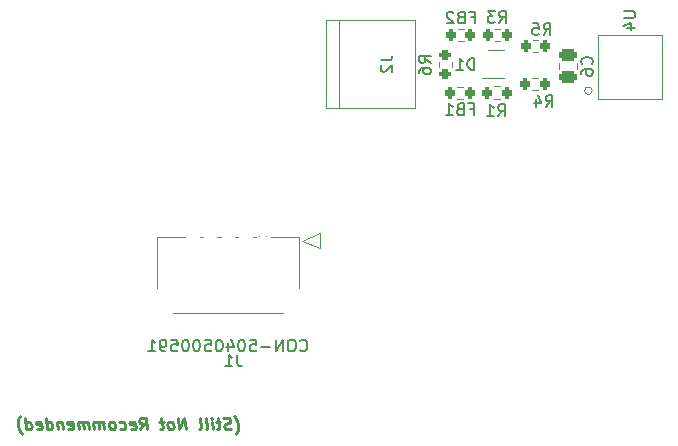
<source format=gbr>
%TF.GenerationSoftware,KiCad,Pcbnew,(6.0.7)*%
%TF.CreationDate,2023-01-31T02:36:05-08:00*%
%TF.ProjectId,solar-panel-side-Z,736f6c61-722d-4706-916e-656c2d736964,2.0*%
%TF.SameCoordinates,Original*%
%TF.FileFunction,Legend,Bot*%
%TF.FilePolarity,Positive*%
%FSLAX46Y46*%
G04 Gerber Fmt 4.6, Leading zero omitted, Abs format (unit mm)*
G04 Created by KiCad (PCBNEW (6.0.7)) date 2023-01-31 02:36:05*
%MOMM*%
%LPD*%
G01*
G04 APERTURE LIST*
G04 Aperture macros list*
%AMRoundRect*
0 Rectangle with rounded corners*
0 $1 Rounding radius*
0 $2 $3 $4 $5 $6 $7 $8 $9 X,Y pos of 4 corners*
0 Add a 4 corners polygon primitive as box body*
4,1,4,$2,$3,$4,$5,$6,$7,$8,$9,$2,$3,0*
0 Add four circle primitives for the rounded corners*
1,1,$1+$1,$2,$3*
1,1,$1+$1,$4,$5*
1,1,$1+$1,$6,$7*
1,1,$1+$1,$8,$9*
0 Add four rect primitives between the rounded corners*
20,1,$1+$1,$2,$3,$4,$5,0*
20,1,$1+$1,$4,$5,$6,$7,0*
20,1,$1+$1,$6,$7,$8,$9,0*
20,1,$1+$1,$8,$9,$2,$3,0*%
%AMFreePoly0*
4,1,5,1.660000,-1.660000,-1.660000,-1.660000,-1.660000,1.660000,1.660000,1.660000,1.660000,-1.660000,1.660000,-1.660000,$1*%
%AMFreePoly1*
4,1,5,0.190000,-0.275000,-0.190000,-0.275000,-0.190000,0.275000,0.190000,0.275000,0.190000,-0.275000,0.190000,-0.275000,$1*%
G04 Aperture macros list end*
%ADD10C,0.250000*%
%ADD11C,0.150000*%
%ADD12C,0.120000*%
%ADD13C,5.250000*%
%ADD14R,1.250000X1.800000*%
%ADD15R,0.600000X1.000000*%
%ADD16RoundRect,0.200000X-0.200000X-0.275000X0.200000X-0.275000X0.200000X0.275000X-0.200000X0.275000X0*%
%ADD17RoundRect,0.200000X0.200000X0.275000X-0.200000X0.275000X-0.200000X-0.275000X0.200000X-0.275000X0*%
%ADD18R,0.650000X0.400000*%
%ADD19RoundRect,0.200000X0.275000X-0.200000X0.275000X0.200000X-0.275000X0.200000X-0.275000X-0.200000X0*%
%ADD20RoundRect,0.250000X-0.475000X0.250000X-0.475000X-0.250000X0.475000X-0.250000X0.475000X0.250000X0*%
%ADD21FreePoly0,0.000000*%
%ADD22FreePoly1,0.000000*%
%ADD23FreePoly1,270.000000*%
%ADD24FreePoly1,180.000000*%
%ADD25C,1.800000*%
G04 APERTURE END LIST*
D10*
X139439910Y-116083333D02*
X139481577Y-116035714D01*
X139558958Y-115892857D01*
X139594672Y-115797619D01*
X139624434Y-115654761D01*
X139642291Y-115416666D01*
X139618482Y-115226190D01*
X139541101Y-114988095D01*
X139475625Y-114845238D01*
X139416101Y-114750000D01*
X139303005Y-114607142D01*
X139249434Y-114559523D01*
X139053005Y-115654761D02*
X138916101Y-115702380D01*
X138678005Y-115702380D01*
X138576815Y-115654761D01*
X138523244Y-115607142D01*
X138463720Y-115511904D01*
X138451815Y-115416666D01*
X138487529Y-115321428D01*
X138529196Y-115273809D01*
X138618482Y-115226190D01*
X138803005Y-115178571D01*
X138892291Y-115130952D01*
X138933958Y-115083333D01*
X138969672Y-114988095D01*
X138957767Y-114892857D01*
X138898244Y-114797619D01*
X138844672Y-114750000D01*
X138743482Y-114702380D01*
X138505386Y-114702380D01*
X138368482Y-114750000D01*
X138118482Y-115035714D02*
X137737529Y-115035714D01*
X137933958Y-114702380D02*
X138041101Y-115559523D01*
X138005386Y-115654761D01*
X137916101Y-115702380D01*
X137820863Y-115702380D01*
X137487529Y-115702380D02*
X137404196Y-115035714D01*
X137362529Y-114702380D02*
X137416101Y-114750000D01*
X137374434Y-114797619D01*
X137320863Y-114750000D01*
X137362529Y-114702380D01*
X137374434Y-114797619D01*
X136868482Y-115702380D02*
X136957767Y-115654761D01*
X136993482Y-115559523D01*
X136886339Y-114702380D01*
X136344672Y-115702380D02*
X136433958Y-115654761D01*
X136469672Y-115559523D01*
X136362529Y-114702380D01*
X135201815Y-115702380D02*
X135076815Y-114702380D01*
X134630386Y-115702380D01*
X134505386Y-114702380D01*
X134011339Y-115702380D02*
X134100625Y-115654761D01*
X134142291Y-115607142D01*
X134178005Y-115511904D01*
X134142291Y-115226190D01*
X134082767Y-115130952D01*
X134029196Y-115083333D01*
X133928005Y-115035714D01*
X133785148Y-115035714D01*
X133695863Y-115083333D01*
X133654196Y-115130952D01*
X133618482Y-115226190D01*
X133654196Y-115511904D01*
X133713720Y-115607142D01*
X133767291Y-115654761D01*
X133868482Y-115702380D01*
X134011339Y-115702380D01*
X133308958Y-115035714D02*
X132928005Y-115035714D01*
X133124434Y-114702380D02*
X133231577Y-115559523D01*
X133195863Y-115654761D01*
X133106577Y-115702380D01*
X133011339Y-115702380D01*
X131344672Y-115702380D02*
X131618482Y-115226190D01*
X131916101Y-115702380D02*
X131791101Y-114702380D01*
X131410148Y-114702380D01*
X131320863Y-114750000D01*
X131279196Y-114797619D01*
X131243482Y-114892857D01*
X131261339Y-115035714D01*
X131320863Y-115130952D01*
X131374434Y-115178571D01*
X131475625Y-115226190D01*
X131856577Y-115226190D01*
X130529196Y-115654761D02*
X130630386Y-115702380D01*
X130820863Y-115702380D01*
X130910148Y-115654761D01*
X130945863Y-115559523D01*
X130898244Y-115178571D01*
X130838720Y-115083333D01*
X130737529Y-115035714D01*
X130547053Y-115035714D01*
X130457767Y-115083333D01*
X130422053Y-115178571D01*
X130433958Y-115273809D01*
X130922053Y-115369047D01*
X129624434Y-115654761D02*
X129725625Y-115702380D01*
X129916101Y-115702380D01*
X130005386Y-115654761D01*
X130047053Y-115607142D01*
X130082767Y-115511904D01*
X130047053Y-115226190D01*
X129987529Y-115130952D01*
X129933958Y-115083333D01*
X129832767Y-115035714D01*
X129642291Y-115035714D01*
X129553005Y-115083333D01*
X129058958Y-115702380D02*
X129148244Y-115654761D01*
X129189910Y-115607142D01*
X129225625Y-115511904D01*
X129189910Y-115226190D01*
X129130386Y-115130952D01*
X129076815Y-115083333D01*
X128975625Y-115035714D01*
X128832767Y-115035714D01*
X128743482Y-115083333D01*
X128701815Y-115130952D01*
X128666101Y-115226190D01*
X128701815Y-115511904D01*
X128761339Y-115607142D01*
X128814910Y-115654761D01*
X128916101Y-115702380D01*
X129058958Y-115702380D01*
X128297053Y-115702380D02*
X128213720Y-115035714D01*
X128225625Y-115130952D02*
X128172053Y-115083333D01*
X128070863Y-115035714D01*
X127928005Y-115035714D01*
X127838720Y-115083333D01*
X127803005Y-115178571D01*
X127868482Y-115702380D01*
X127803005Y-115178571D02*
X127743482Y-115083333D01*
X127642291Y-115035714D01*
X127499434Y-115035714D01*
X127410148Y-115083333D01*
X127374434Y-115178571D01*
X127439910Y-115702380D01*
X126963720Y-115702380D02*
X126880386Y-115035714D01*
X126892291Y-115130952D02*
X126838720Y-115083333D01*
X126737529Y-115035714D01*
X126594672Y-115035714D01*
X126505386Y-115083333D01*
X126469672Y-115178571D01*
X126535148Y-115702380D01*
X126469672Y-115178571D02*
X126410148Y-115083333D01*
X126308958Y-115035714D01*
X126166101Y-115035714D01*
X126076815Y-115083333D01*
X126041101Y-115178571D01*
X126106577Y-115702380D01*
X125243482Y-115654761D02*
X125344672Y-115702380D01*
X125535148Y-115702380D01*
X125624434Y-115654761D01*
X125660148Y-115559523D01*
X125612529Y-115178571D01*
X125553005Y-115083333D01*
X125451815Y-115035714D01*
X125261339Y-115035714D01*
X125172053Y-115083333D01*
X125136339Y-115178571D01*
X125148244Y-115273809D01*
X125636339Y-115369047D01*
X124689910Y-115035714D02*
X124773244Y-115702380D01*
X124701815Y-115130952D02*
X124648244Y-115083333D01*
X124547053Y-115035714D01*
X124404196Y-115035714D01*
X124314910Y-115083333D01*
X124279196Y-115178571D01*
X124344672Y-115702380D01*
X123439910Y-115702380D02*
X123314910Y-114702380D01*
X123433958Y-115654761D02*
X123535148Y-115702380D01*
X123725625Y-115702380D01*
X123814910Y-115654761D01*
X123856577Y-115607142D01*
X123892291Y-115511904D01*
X123856577Y-115226190D01*
X123797053Y-115130952D01*
X123743482Y-115083333D01*
X123642291Y-115035714D01*
X123451815Y-115035714D01*
X123362529Y-115083333D01*
X122576815Y-115654761D02*
X122678005Y-115702380D01*
X122868482Y-115702380D01*
X122957767Y-115654761D01*
X122993482Y-115559523D01*
X122945863Y-115178571D01*
X122886339Y-115083333D01*
X122785148Y-115035714D01*
X122594672Y-115035714D01*
X122505386Y-115083333D01*
X122469672Y-115178571D01*
X122481577Y-115273809D01*
X122969672Y-115369047D01*
X121678005Y-115702380D02*
X121553005Y-114702380D01*
X121672053Y-115654761D02*
X121773244Y-115702380D01*
X121963720Y-115702380D01*
X122053005Y-115654761D01*
X122094672Y-115607142D01*
X122130386Y-115511904D01*
X122094672Y-115226190D01*
X122035148Y-115130952D01*
X121981577Y-115083333D01*
X121880386Y-115035714D01*
X121689910Y-115035714D01*
X121600625Y-115083333D01*
X121344672Y-116083333D02*
X121291101Y-116035714D01*
X121178005Y-115892857D01*
X121118482Y-115797619D01*
X121053005Y-115654761D01*
X120975625Y-115416666D01*
X120951815Y-115226190D01*
X120969672Y-114988095D01*
X120999434Y-114845238D01*
X121035148Y-114750000D01*
X121112529Y-114607142D01*
X121154196Y-114559523D01*
D11*
%TO.C,J1*%
X139543333Y-109362380D02*
X139543333Y-110076666D01*
X139590952Y-110219523D01*
X139686190Y-110314761D01*
X139829047Y-110362380D01*
X139924285Y-110362380D01*
X138543333Y-110362380D02*
X139114761Y-110362380D01*
X138829047Y-110362380D02*
X138829047Y-109362380D01*
X138924285Y-109505238D01*
X139019523Y-109600476D01*
X139114761Y-109648095D01*
X144869045Y-108997142D02*
X144916664Y-109044761D01*
X145059521Y-109092380D01*
X145154759Y-109092380D01*
X145297617Y-109044761D01*
X145392855Y-108949523D01*
X145440474Y-108854285D01*
X145488093Y-108663809D01*
X145488093Y-108520952D01*
X145440474Y-108330476D01*
X145392855Y-108235238D01*
X145297617Y-108140000D01*
X145154759Y-108092380D01*
X145059521Y-108092380D01*
X144916664Y-108140000D01*
X144869045Y-108187619D01*
X144249998Y-108092380D02*
X144059521Y-108092380D01*
X143964283Y-108140000D01*
X143869045Y-108235238D01*
X143821426Y-108425714D01*
X143821426Y-108759047D01*
X143869045Y-108949523D01*
X143964283Y-109044761D01*
X144059521Y-109092380D01*
X144249998Y-109092380D01*
X144345236Y-109044761D01*
X144440474Y-108949523D01*
X144488093Y-108759047D01*
X144488093Y-108425714D01*
X144440474Y-108235238D01*
X144345236Y-108140000D01*
X144249998Y-108092380D01*
X143392855Y-109092380D02*
X143392855Y-108092380D01*
X142821426Y-109092380D01*
X142821426Y-108092380D01*
X142345236Y-108711428D02*
X141583331Y-108711428D01*
X140630950Y-108092380D02*
X141107140Y-108092380D01*
X141154759Y-108568571D01*
X141107140Y-108520952D01*
X141011902Y-108473333D01*
X140773807Y-108473333D01*
X140678569Y-108520952D01*
X140630950Y-108568571D01*
X140583331Y-108663809D01*
X140583331Y-108901904D01*
X140630950Y-108997142D01*
X140678569Y-109044761D01*
X140773807Y-109092380D01*
X141011902Y-109092380D01*
X141107140Y-109044761D01*
X141154759Y-108997142D01*
X139964283Y-108092380D02*
X139869045Y-108092380D01*
X139773807Y-108140000D01*
X139726188Y-108187619D01*
X139678569Y-108282857D01*
X139630950Y-108473333D01*
X139630950Y-108711428D01*
X139678569Y-108901904D01*
X139726188Y-108997142D01*
X139773807Y-109044761D01*
X139869045Y-109092380D01*
X139964283Y-109092380D01*
X140059521Y-109044761D01*
X140107140Y-108997142D01*
X140154759Y-108901904D01*
X140202378Y-108711428D01*
X140202378Y-108473333D01*
X140154759Y-108282857D01*
X140107140Y-108187619D01*
X140059521Y-108140000D01*
X139964283Y-108092380D01*
X138773807Y-108425714D02*
X138773807Y-109092380D01*
X139011902Y-108044761D02*
X139249998Y-108759047D01*
X138630950Y-108759047D01*
X138059521Y-108092380D02*
X137964283Y-108092380D01*
X137869045Y-108140000D01*
X137821426Y-108187619D01*
X137773807Y-108282857D01*
X137726188Y-108473333D01*
X137726188Y-108711428D01*
X137773807Y-108901904D01*
X137821426Y-108997142D01*
X137869045Y-109044761D01*
X137964283Y-109092380D01*
X138059521Y-109092380D01*
X138154759Y-109044761D01*
X138202378Y-108997142D01*
X138249998Y-108901904D01*
X138297617Y-108711428D01*
X138297617Y-108473333D01*
X138249998Y-108282857D01*
X138202378Y-108187619D01*
X138154759Y-108140000D01*
X138059521Y-108092380D01*
X136821426Y-108092380D02*
X137297617Y-108092380D01*
X137345236Y-108568571D01*
X137297617Y-108520952D01*
X137202378Y-108473333D01*
X136964283Y-108473333D01*
X136869045Y-108520952D01*
X136821426Y-108568571D01*
X136773807Y-108663809D01*
X136773807Y-108901904D01*
X136821426Y-108997142D01*
X136869045Y-109044761D01*
X136964283Y-109092380D01*
X137202378Y-109092380D01*
X137297617Y-109044761D01*
X137345236Y-108997142D01*
X136154759Y-108092380D02*
X136059521Y-108092380D01*
X135964283Y-108140000D01*
X135916664Y-108187619D01*
X135869045Y-108282857D01*
X135821426Y-108473333D01*
X135821426Y-108711428D01*
X135869045Y-108901904D01*
X135916664Y-108997142D01*
X135964283Y-109044761D01*
X136059521Y-109092380D01*
X136154759Y-109092380D01*
X136249998Y-109044761D01*
X136297617Y-108997142D01*
X136345236Y-108901904D01*
X136392855Y-108711428D01*
X136392855Y-108473333D01*
X136345236Y-108282857D01*
X136297617Y-108187619D01*
X136249998Y-108140000D01*
X136154759Y-108092380D01*
X135202378Y-108092380D02*
X135107140Y-108092380D01*
X135011902Y-108140000D01*
X134964283Y-108187619D01*
X134916664Y-108282857D01*
X134869045Y-108473333D01*
X134869045Y-108711428D01*
X134916664Y-108901904D01*
X134964283Y-108997142D01*
X135011902Y-109044761D01*
X135107140Y-109092380D01*
X135202378Y-109092380D01*
X135297617Y-109044761D01*
X135345236Y-108997142D01*
X135392855Y-108901904D01*
X135440474Y-108711428D01*
X135440474Y-108473333D01*
X135392855Y-108282857D01*
X135345236Y-108187619D01*
X135297617Y-108140000D01*
X135202378Y-108092380D01*
X133964283Y-108092380D02*
X134440474Y-108092380D01*
X134488093Y-108568571D01*
X134440474Y-108520952D01*
X134345236Y-108473333D01*
X134107140Y-108473333D01*
X134011902Y-108520952D01*
X133964283Y-108568571D01*
X133916664Y-108663809D01*
X133916664Y-108901904D01*
X133964283Y-108997142D01*
X134011902Y-109044761D01*
X134107140Y-109092380D01*
X134345236Y-109092380D01*
X134440474Y-109044761D01*
X134488093Y-108997142D01*
X133440474Y-109092380D02*
X133249998Y-109092380D01*
X133154759Y-109044761D01*
X133107140Y-108997142D01*
X133011902Y-108854285D01*
X132964283Y-108663809D01*
X132964283Y-108282857D01*
X133011902Y-108187619D01*
X133059521Y-108140000D01*
X133154759Y-108092380D01*
X133345236Y-108092380D01*
X133440474Y-108140000D01*
X133488093Y-108187619D01*
X133535712Y-108282857D01*
X133535712Y-108520952D01*
X133488093Y-108616190D01*
X133440474Y-108663809D01*
X133345236Y-108711428D01*
X133154759Y-108711428D01*
X133059521Y-108663809D01*
X133011902Y-108616190D01*
X132964283Y-108520952D01*
X132011902Y-109092380D02*
X132583331Y-109092380D01*
X132297617Y-109092380D02*
X132297617Y-108092380D01*
X132392855Y-108235238D01*
X132488093Y-108330476D01*
X132583331Y-108378095D01*
X141750000Y-99202380D02*
X141750000Y-99440476D01*
X141988095Y-99345238D02*
X141750000Y-99440476D01*
X141511904Y-99345238D01*
X141892857Y-99630952D02*
X141750000Y-99440476D01*
X141607142Y-99630952D01*
%TO.C,R4*%
X165656588Y-88412380D02*
X165989922Y-87936190D01*
X166228017Y-88412380D02*
X166228017Y-87412380D01*
X165847064Y-87412380D01*
X165751826Y-87460000D01*
X165704207Y-87507619D01*
X165656588Y-87602857D01*
X165656588Y-87745714D01*
X165704207Y-87840952D01*
X165751826Y-87888571D01*
X165847064Y-87936190D01*
X166228017Y-87936190D01*
X164799445Y-87745714D02*
X164799445Y-88412380D01*
X165037541Y-87364761D02*
X165275636Y-88079047D01*
X164656588Y-88079047D01*
%TO.C,R5*%
X165476588Y-82302380D02*
X165809922Y-81826190D01*
X166048017Y-82302380D02*
X166048017Y-81302380D01*
X165667064Y-81302380D01*
X165571826Y-81350000D01*
X165524207Y-81397619D01*
X165476588Y-81492857D01*
X165476588Y-81635714D01*
X165524207Y-81730952D01*
X165571826Y-81778571D01*
X165667064Y-81826190D01*
X166048017Y-81826190D01*
X164571826Y-81302380D02*
X165048017Y-81302380D01*
X165095636Y-81778571D01*
X165048017Y-81730952D01*
X164952779Y-81683333D01*
X164714683Y-81683333D01*
X164619445Y-81730952D01*
X164571826Y-81778571D01*
X164524207Y-81873809D01*
X164524207Y-82111904D01*
X164571826Y-82207142D01*
X164619445Y-82254761D01*
X164714683Y-82302380D01*
X164952779Y-82302380D01*
X165048017Y-82254761D01*
X165095636Y-82207142D01*
%TO.C,D1*%
X159608017Y-85262380D02*
X159608017Y-84262380D01*
X159369922Y-84262380D01*
X159227064Y-84310000D01*
X159131826Y-84405238D01*
X159084207Y-84500476D01*
X159036588Y-84690952D01*
X159036588Y-84833809D01*
X159084207Y-85024285D01*
X159131826Y-85119523D01*
X159227064Y-85214761D01*
X159369922Y-85262380D01*
X159608017Y-85262380D01*
X158084207Y-85262380D02*
X158655636Y-85262380D01*
X158369922Y-85262380D02*
X158369922Y-84262380D01*
X158465160Y-84405238D01*
X158560398Y-84500476D01*
X158655636Y-84548095D01*
%TO.C,R6*%
X155932302Y-84683333D02*
X155456112Y-84350000D01*
X155932302Y-84111904D02*
X154932302Y-84111904D01*
X154932302Y-84492857D01*
X154979922Y-84588095D01*
X155027541Y-84635714D01*
X155122779Y-84683333D01*
X155265636Y-84683333D01*
X155360874Y-84635714D01*
X155408493Y-84588095D01*
X155456112Y-84492857D01*
X155456112Y-84111904D01*
X154932302Y-85540476D02*
X154932302Y-85350000D01*
X154979922Y-85254761D01*
X155027541Y-85207142D01*
X155170398Y-85111904D01*
X155360874Y-85064285D01*
X155741826Y-85064285D01*
X155837064Y-85111904D01*
X155884683Y-85159523D01*
X155932302Y-85254761D01*
X155932302Y-85445238D01*
X155884683Y-85540476D01*
X155837064Y-85588095D01*
X155741826Y-85635714D01*
X155503731Y-85635714D01*
X155408493Y-85588095D01*
X155360874Y-85540476D01*
X155313255Y-85445238D01*
X155313255Y-85254761D01*
X155360874Y-85159523D01*
X155408493Y-85111904D01*
X155503731Y-85064285D01*
%TO.C,C6*%
X169557064Y-84793333D02*
X169604683Y-84745714D01*
X169652302Y-84602857D01*
X169652302Y-84507619D01*
X169604683Y-84364761D01*
X169509445Y-84269523D01*
X169414207Y-84221904D01*
X169223731Y-84174285D01*
X169080874Y-84174285D01*
X168890398Y-84221904D01*
X168795160Y-84269523D01*
X168699922Y-84364761D01*
X168652302Y-84507619D01*
X168652302Y-84602857D01*
X168699922Y-84745714D01*
X168747541Y-84793333D01*
X168652302Y-85650476D02*
X168652302Y-85460000D01*
X168699922Y-85364761D01*
X168747541Y-85317142D01*
X168890398Y-85221904D01*
X169080874Y-85174285D01*
X169461826Y-85174285D01*
X169557064Y-85221904D01*
X169604683Y-85269523D01*
X169652302Y-85364761D01*
X169652302Y-85555238D01*
X169604683Y-85650476D01*
X169557064Y-85698095D01*
X169461826Y-85745714D01*
X169223731Y-85745714D01*
X169128493Y-85698095D01*
X169080874Y-85650476D01*
X169033255Y-85555238D01*
X169033255Y-85364761D01*
X169080874Y-85269523D01*
X169128493Y-85221904D01*
X169223731Y-85174285D01*
%TO.C,R1*%
X161636588Y-89192380D02*
X161969922Y-88716190D01*
X162208017Y-89192380D02*
X162208017Y-88192380D01*
X161827064Y-88192380D01*
X161731826Y-88240000D01*
X161684207Y-88287619D01*
X161636588Y-88382857D01*
X161636588Y-88525714D01*
X161684207Y-88620952D01*
X161731826Y-88668571D01*
X161827064Y-88716190D01*
X162208017Y-88716190D01*
X160684207Y-89192380D02*
X161255636Y-89192380D01*
X160969922Y-89192380D02*
X160969922Y-88192380D01*
X161065160Y-88335238D01*
X161160398Y-88430476D01*
X161255636Y-88478095D01*
%TO.C,FB1*%
X159258255Y-88568571D02*
X159591588Y-88568571D01*
X159591588Y-89092380D02*
X159591588Y-88092380D01*
X159115398Y-88092380D01*
X158401112Y-88568571D02*
X158258255Y-88616190D01*
X158210636Y-88663809D01*
X158163017Y-88759047D01*
X158163017Y-88901904D01*
X158210636Y-88997142D01*
X158258255Y-89044761D01*
X158353493Y-89092380D01*
X158734445Y-89092380D01*
X158734445Y-88092380D01*
X158401112Y-88092380D01*
X158305874Y-88140000D01*
X158258255Y-88187619D01*
X158210636Y-88282857D01*
X158210636Y-88378095D01*
X158258255Y-88473333D01*
X158305874Y-88520952D01*
X158401112Y-88568571D01*
X158734445Y-88568571D01*
X157210636Y-89092380D02*
X157782064Y-89092380D01*
X157496350Y-89092380D02*
X157496350Y-88092380D01*
X157591588Y-88235238D01*
X157686826Y-88330476D01*
X157782064Y-88378095D01*
%TO.C,U4*%
X172252380Y-80278095D02*
X173061904Y-80278095D01*
X173157142Y-80325714D01*
X173204761Y-80373333D01*
X173252380Y-80468571D01*
X173252380Y-80659047D01*
X173204761Y-80754285D01*
X173157142Y-80801904D01*
X173061904Y-80849523D01*
X172252380Y-80849523D01*
X172585714Y-81754285D02*
X173252380Y-81754285D01*
X172204761Y-81516190D02*
X172919047Y-81278095D01*
X172919047Y-81897142D01*
%TO.C,R3*%
X161716588Y-81292380D02*
X162049922Y-80816190D01*
X162288017Y-81292380D02*
X162288017Y-80292380D01*
X161907064Y-80292380D01*
X161811826Y-80340000D01*
X161764207Y-80387619D01*
X161716588Y-80482857D01*
X161716588Y-80625714D01*
X161764207Y-80720952D01*
X161811826Y-80768571D01*
X161907064Y-80816190D01*
X162288017Y-80816190D01*
X161383255Y-80292380D02*
X160764207Y-80292380D01*
X161097541Y-80673333D01*
X160954683Y-80673333D01*
X160859445Y-80720952D01*
X160811826Y-80768571D01*
X160764207Y-80863809D01*
X160764207Y-81101904D01*
X160811826Y-81197142D01*
X160859445Y-81244761D01*
X160954683Y-81292380D01*
X161240398Y-81292380D01*
X161335636Y-81244761D01*
X161383255Y-81197142D01*
%TO.C,FB2*%
X159323255Y-80808571D02*
X159656588Y-80808571D01*
X159656588Y-81332380D02*
X159656588Y-80332380D01*
X159180398Y-80332380D01*
X158466112Y-80808571D02*
X158323255Y-80856190D01*
X158275636Y-80903809D01*
X158228017Y-80999047D01*
X158228017Y-81141904D01*
X158275636Y-81237142D01*
X158323255Y-81284761D01*
X158418493Y-81332380D01*
X158799445Y-81332380D01*
X158799445Y-80332380D01*
X158466112Y-80332380D01*
X158370874Y-80380000D01*
X158323255Y-80427619D01*
X158275636Y-80522857D01*
X158275636Y-80618095D01*
X158323255Y-80713333D01*
X158370874Y-80760952D01*
X158466112Y-80808571D01*
X158799445Y-80808571D01*
X157847064Y-80427619D02*
X157799445Y-80380000D01*
X157704207Y-80332380D01*
X157466112Y-80332380D01*
X157370874Y-80380000D01*
X157323255Y-80427619D01*
X157275636Y-80522857D01*
X157275636Y-80618095D01*
X157323255Y-80760952D01*
X157894683Y-81332380D01*
X157275636Y-81332380D01*
%TO.C,J2*%
X151682302Y-84436666D02*
X152396588Y-84436666D01*
X152539445Y-84389047D01*
X152634683Y-84293809D01*
X152682302Y-84150952D01*
X152682302Y-84055714D01*
X151777541Y-84865238D02*
X151729922Y-84912857D01*
X151682302Y-85008095D01*
X151682302Y-85246190D01*
X151729922Y-85341428D01*
X151777541Y-85389047D01*
X151872779Y-85436666D01*
X151968017Y-85436666D01*
X152110874Y-85389047D01*
X152682302Y-84817619D01*
X152682302Y-85436666D01*
D12*
%TO.C,J1*%
X142370040Y-99410000D02*
X144774988Y-99410000D01*
X146552987Y-100385000D02*
X146552987Y-99115000D01*
X136370039Y-99410000D02*
X136629959Y-99410000D01*
X143410115Y-105850000D02*
X134089884Y-105850000D01*
X139370041Y-99410000D02*
X139629960Y-99410000D01*
X137870039Y-99410000D02*
X138129961Y-99410000D01*
X132725011Y-99410000D02*
X135129959Y-99410000D01*
X145028987Y-99750000D02*
X146552987Y-100385000D01*
X144774988Y-99410000D02*
X144774988Y-103719960D01*
X132725011Y-103719960D02*
X132725011Y-99410000D01*
X140870040Y-99410000D02*
X141129960Y-99410000D01*
X146552987Y-99115000D02*
X145028987Y-99750000D01*
%TO.C,R4*%
X164527664Y-86992500D02*
X165002180Y-86992500D01*
X164527664Y-85947500D02*
X165002180Y-85947500D01*
%TO.C,R5*%
X165042180Y-83772500D02*
X164567664Y-83772500D01*
X165042180Y-82727500D02*
X164567664Y-82727500D01*
%TO.C,D1*%
X160739922Y-83620000D02*
X162139922Y-83620000D01*
X162139922Y-85940000D02*
X160239922Y-85940000D01*
%TO.C,R6*%
X156647422Y-85042258D02*
X156647422Y-84567742D01*
X157692422Y-85042258D02*
X157692422Y-84567742D01*
%TO.C,C6*%
X168294922Y-84668748D02*
X168294922Y-85191252D01*
X166824922Y-84668748D02*
X166824922Y-85191252D01*
%TO.C,R1*%
X161792180Y-86667500D02*
X161317664Y-86667500D01*
X161792180Y-87712500D02*
X161317664Y-87712500D01*
%TO.C,FB1*%
X158187664Y-86687500D02*
X158662180Y-86687500D01*
X158187664Y-87732500D02*
X158662180Y-87732500D01*
%TO.C,U4*%
X169590156Y-87030000D02*
G75*
G03*
X169590156Y-87030000I-320156J0D01*
G01*
X170070000Y-87730000D02*
X175470000Y-87730000D01*
X175470000Y-87730000D02*
X175470000Y-82330000D01*
X175470000Y-82330000D02*
X170070000Y-82330000D01*
X170070000Y-82330000D02*
X170070000Y-87730000D01*
%TO.C,R3*%
X161347664Y-82852500D02*
X161822180Y-82852500D01*
X161347664Y-81807500D02*
X161822180Y-81807500D01*
%TO.C,FB2*%
X158227664Y-81807500D02*
X158702180Y-81807500D01*
X158227664Y-82852500D02*
X158702180Y-82852500D01*
%TO.C,J2*%
X147089922Y-88520000D02*
X154289922Y-88520000D01*
X147089922Y-81020000D02*
X147089922Y-88520000D01*
X154589922Y-88520000D02*
X154589922Y-81020000D01*
X154589922Y-81020000D02*
X154289922Y-81020000D01*
X154289922Y-81020000D02*
X147089922Y-81020000D01*
X154589922Y-88520000D02*
X154289922Y-88520000D01*
X148189922Y-81020000D02*
X148189922Y-88520000D01*
%TD*%
%LPC*%
D13*
%TO.C,J3*%
X110500000Y-85000000D03*
%TD*%
%TO.C,J4*%
X141750000Y-124000000D03*
%TD*%
%TO.C,J5*%
X157250000Y-46000000D03*
%TD*%
%TO.C,J6*%
X188500000Y-85000000D03*
%TD*%
D14*
%TO.C,J1*%
X133145001Y-104940000D03*
X144354999Y-104940000D03*
D15*
X135749999Y-99750000D03*
X137249999Y-99750000D03*
X138750001Y-99750000D03*
X140250000Y-99750000D03*
X141750000Y-99750000D03*
%TD*%
D16*
%TO.C,R4*%
X165589922Y-86470000D03*
X163939922Y-86470000D03*
%TD*%
D17*
%TO.C,R5*%
X163979922Y-83250000D03*
X165629922Y-83250000D03*
%TD*%
D18*
%TO.C,D1*%
X162389922Y-85430000D03*
X162389922Y-84780000D03*
X162389922Y-84130000D03*
X160489922Y-84130000D03*
X160489922Y-84780000D03*
X160489922Y-85430000D03*
%TD*%
D19*
%TO.C,R6*%
X157169922Y-83980000D03*
X157169922Y-85630000D03*
%TD*%
D20*
%TO.C,C6*%
X167559922Y-85880000D03*
X167559922Y-83980000D03*
%TD*%
D17*
%TO.C,R1*%
X160729922Y-87190000D03*
X162379922Y-87190000D03*
%TD*%
D16*
%TO.C,FB1*%
X159249922Y-87210000D03*
X157599922Y-87210000D03*
%TD*%
D21*
%TO.C,U4*%
X172770000Y-85030000D03*
D22*
X171470000Y-87280000D03*
X172120000Y-87280000D03*
X172770000Y-87280000D03*
X173420000Y-87280000D03*
X174070000Y-87280000D03*
D23*
X175020000Y-86330000D03*
X175020000Y-85680000D03*
X175020000Y-85030000D03*
X175020000Y-84380000D03*
X175020000Y-83730000D03*
D24*
X174070000Y-82780000D03*
X173420000Y-82780000D03*
X172770000Y-82780000D03*
X172120000Y-82780000D03*
X171470000Y-82780000D03*
D23*
X170520000Y-83730000D03*
X170520000Y-84380000D03*
X170520000Y-85030000D03*
X170520000Y-85680000D03*
X170520000Y-86330000D03*
%TD*%
D16*
%TO.C,R3*%
X162409922Y-82330000D03*
X160759922Y-82330000D03*
%TD*%
%TO.C,FB2*%
X159289922Y-82330000D03*
X157639922Y-82330000D03*
%TD*%
D25*
%TO.C,J2*%
X150689922Y-86520000D03*
X150689922Y-83020000D03*
%TD*%
M02*

</source>
